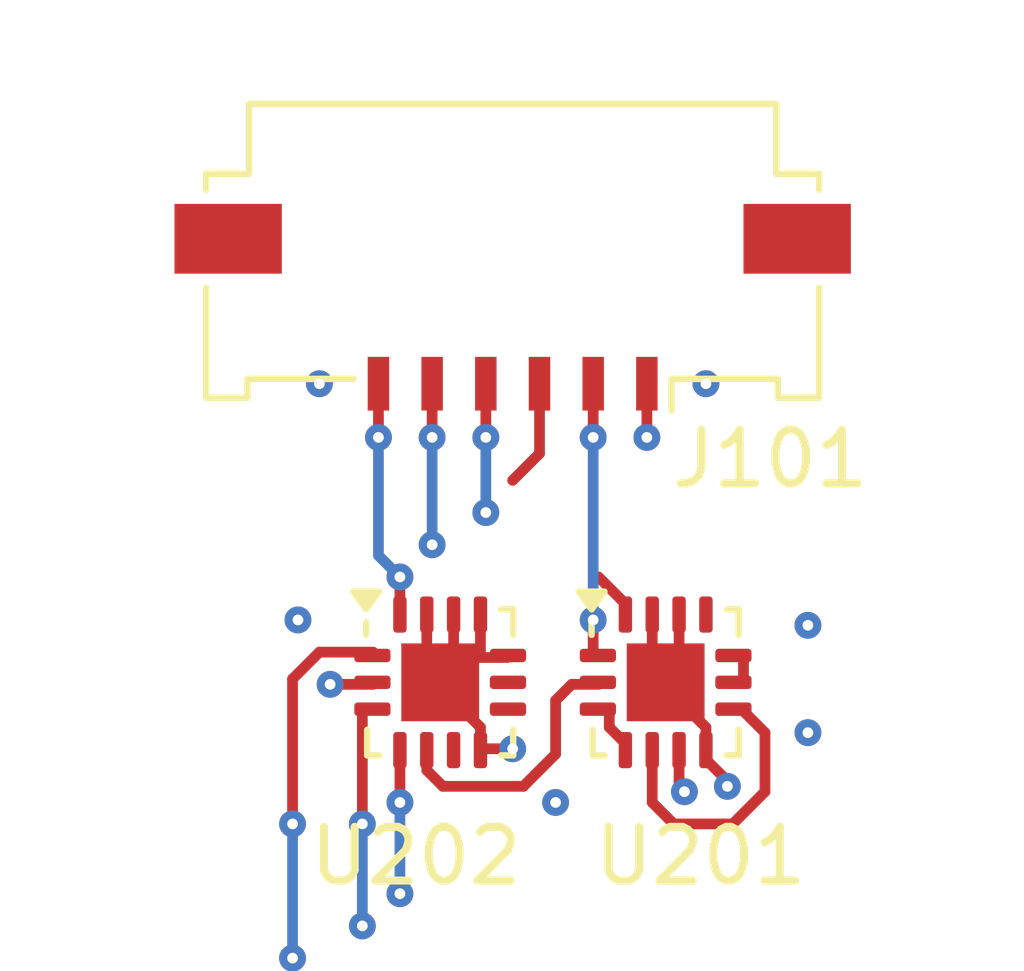
<source format=kicad_pcb>
(kicad_pcb (version 20240108) (generator "pcbnew") (generator_version "8.0")
  (layers (0 "F.Cu" signal) (31 "B.Cu" signal) (34 "B.Paste" user) (35 "F.Paste" user) (36 "B.SilkS" user "B.Silkscreen") (37 "F.SilkS" user "F.Silkscreen") (38 "B.Mask" user) (39 "F.Mask" user) (44 "Edge.Cuts" user))
  (net 0 "")
  (net 1 "/CLK_ROW")
  (net 2 "/Reset_ROW")
  (net 3 "/~{Any_ROW}")
  (net 4 "/Vcc")
  (net 5 "/GND")
  (net 6 "/SelectorDaisy/In")
  (net 7 "/Out")
  (net 8 "/Select")
  (net 9 "/Select+")
  (net 10 "/Reset")
  (net 11 "/~{Init}")
  (net 12 "/CLK")
  (net 13 "/Out+")
  (net 15 "Net-(U201-Pad3)")
  (net 16 "Net-(U201-Pad5)")
  (footprint "Package_DFN_QFN:WQFN-14-1EP_2.5x2.5mm_P0.5mm_EP1.45x1.45mm" (layer "F.Cu") (at 123.35 103.8625)
    (property "Reference" "U202" (at -0.45 3.2375 0) (layer "F.SilkS"))
    (property "Value" "74HC74")
    (fp_line (start -1.38 -0.885) (end -1.38 -1.12) (stroke (width 0.12)) (layer "F.SilkS"))
    (fp_line (start -1.36 1.36) (end -1.36 0.885) (stroke (width 0.12)) (layer "F.SilkS"))
    (fp_line (start -1.135 1.36) (end -1.36 1.36) (stroke (width 0.12)) (layer "F.SilkS"))
    (fp_line (start 1.135 -1.36) (end 1.36 -1.36) (stroke (width 0.12)) (layer "F.SilkS"))
    (fp_line (start 1.135 1.36) (end 1.36 1.36) (stroke (width 0.12)) (layer "F.SilkS"))
    (fp_line (start 1.36 -1.36) (end 1.36 -0.885) (stroke (width 0.12)) (layer "F.SilkS"))
    (fp_line (start 1.36 1.36) (end 1.36 0.885) (stroke (width 0.12)) (layer "F.SilkS"))
    (fp_poly (pts (xy -1.38 -1.36) (xy -1.62 -1.69) (xy -1.14 -1.69) (xy -1.38 -1.36)) (stroke (width 0.12)) (fill solid) (layer "F.SilkS"))
    (pad "1" smd roundrect (at -1.2625 -0.5) (size 0.675 0.25) (layers "F.Cu" "F.Paste" "F.Mask") (net 10 "/Reset"))
    (pad "2" smd roundrect (at -1.2625 0) (size 0.675 0.25) (layers "F.Cu" "F.Paste" "F.Mask") (net 8 "/Select"))
    (pad "3" smd roundrect (at -1.2625 0.5) (size 0.675 0.25) (layers "F.Cu" "F.Paste" "F.Mask") (net 12 "/CLK"))
    (pad "4" smd roundrect (at -0.75 1.2625) (size 0.25 0.675) (layers "F.Cu" "F.Paste" "F.Mask") (net 11 "/~{Init}"))
    (pad "5" smd roundrect (at -0.25 1.2625) (size 0.25 0.675) (layers "F.Cu" "F.Paste" "F.Mask") (net 9 "/Select+"))
    (pad "6" smd roundrect (at 0.25 1.2625) (size 0.25 0.675) (layers "F.Cu" "F.Paste" "F.Mask"))
    (pad "7" smd roundrect (at 0.75 1.2625) (size 0.25 0.675) (layers "F.Cu" "F.Paste" "F.Mask") (net 5 "/GND"))
    (pad "8" smd roundrect (at 1.2625 0.5) (size 0.675 0.25) (layers "F.Cu" "F.Paste" "F.Mask"))
    (pad "9" smd roundrect (at 1.2625 0) (size 0.675 0.25) (layers "F.Cu" "F.Paste" "F.Mask"))
    (pad "10" smd roundrect (at 1.2625 -0.5) (size 0.675 0.25) (layers "F.Cu" "F.Paste" "F.Mask") (net 5 "/GND"))
    (pad "11" smd roundrect (at 0.75 -1.2625) (size 0.25 0.675) (layers "F.Cu" "F.Paste" "F.Mask") (net 5 "/GND"))
    (pad "12" smd roundrect (at 0.25 -1.2625) (size 0.25 0.675) (layers "F.Cu" "F.Paste" "F.Mask") (net 5 "/GND"))
    (pad "13" smd roundrect (at -0.25 -1.2625) (size 0.25 0.675) (layers "F.Cu" "F.Paste" "F.Mask") (net 5 "/GND"))
    (pad "14" smd roundrect (at -0.75 -1.2625) (size 0.25 0.675) (layers "F.Cu" "F.Paste" "F.Mask") (net 4 "/Vcc"))
    (pad "15" smd rect (at 0 0) (size 1.45 1.45) (property pad_prop_heatsink) (layers "F.Cu" "F.Mask") (net 5 "/GND"))
  )
  (footprint "Package_DFN_QFN:WQFN-14-1EP_2.5x2.5mm_P0.5mm_EP1.45x1.45mm" (layer "F.Cu") (at 127.55 103.8625)
    (property "Reference" "U201" (at 0.65 3.2375 0) (layer "F.SilkS"))
    (property "Value" "74HC00")
    (fp_line (start -1.38 -0.885) (end -1.38 -1.12) (stroke (width 0.12)) (layer "F.SilkS"))
    (fp_line (start -1.36 1.36) (end -1.36 0.885) (stroke (width 0.12)) (layer "F.SilkS"))
    (fp_line (start -1.135 1.36) (end -1.36 1.36) (stroke (width 0.12)) (layer "F.SilkS"))
    (fp_line (start 1.135 -1.36) (end 1.36 -1.36) (stroke (width 0.12)) (layer "F.SilkS"))
    (fp_line (start 1.135 1.36) (end 1.36 1.36) (stroke (width 0.12)) (layer "F.SilkS"))
    (fp_line (start 1.36 -1.36) (end 1.36 -0.885) (stroke (width 0.12)) (layer "F.SilkS"))
    (fp_line (start 1.36 1.36) (end 1.36 0.885) (stroke (width 0.12)) (layer "F.SilkS"))
    (fp_poly (pts (xy -1.38 -1.36) (xy -1.62 -1.69) (xy -1.14 -1.69) (xy -1.38 -1.36)) (stroke (width 0.12)) (fill solid) (layer "F.SilkS"))
    (pad "1" smd roundrect (at -1.2625 -0.5) (size 0.675 0.25) (layers "F.Cu" "F.Paste" "F.Mask") (net 6 "/SelectorDaisy/In"))
    (pad "2" smd roundrect (at -1.2625 0) (size 0.675 0.25) (layers "F.Cu" "F.Paste" "F.Mask") (net 9 "/Select+"))
    (pad "3" smd roundrect (at -1.2625 0.5) (size 0.675 0.25) (layers "F.Cu" "F.Paste" "F.Mask") (net 15 "Net-(U201-Pad3)"))
    (pad "4" smd roundrect (at -0.75 1.2625) (size 0.25 0.675) (layers "F.Cu" "F.Paste" "F.Mask") (net 15 "Net-(U201-Pad3)"))
    (pad "5" smd roundrect (at -0.25 1.2625) (size 0.25 0.675) (layers "F.Cu" "F.Paste" "F.Mask") (net 16 "Net-(U201-Pad5)"))
    (pad "6" smd roundrect (at 0.25 1.2625) (size 0.25 0.675) (layers "F.Cu" "F.Paste" "F.Mask") (net 7 "/Out"))
    (pad "7" smd roundrect (at 0.75 1.2625) (size 0.25 0.675) (layers "F.Cu" "F.Paste" "F.Mask") (net 5 "/GND"))
    (pad "8" smd roundrect (at 1.2625 0.5) (size 0.675 0.25) (layers "F.Cu" "F.Paste" "F.Mask") (net 16 "Net-(U201-Pad5)"))
    (pad "9" smd roundrect (at 1.2625 0) (size 0.675 0.25) (layers "F.Cu" "F.Paste" "F.Mask") (net 13 "/Out+"))
    (pad "10" smd roundrect (at 1.2625 -0.5) (size 0.675 0.25) (layers "F.Cu" "F.Paste" "F.Mask") (net 13 "/Out+"))
    (pad "11" smd roundrect (at 0.75 -1.2625) (size 0.25 0.675) (layers "F.Cu" "F.Paste" "F.Mask"))
    (pad "12" smd roundrect (at 0.25 -1.2625) (size 0.25 0.675) (layers "F.Cu" "F.Paste" "F.Mask") (net 5 "/GND"))
    (pad "13" smd roundrect (at -0.25 -1.2625) (size 0.25 0.675) (layers "F.Cu" "F.Paste" "F.Mask") (net 5 "/GND"))
    (pad "14" smd roundrect (at -0.75 -1.2625) (size 0.25 0.675) (layers "F.Cu" "F.Paste" "F.Mask") (net 4 "/Vcc"))
    (pad "15" smd rect (at 0 0) (size 1.45 1.45) (property pad_prop_heatsink) (layers "F.Cu" "F.Mask") (net 5 "/GND"))
  )
  (footprint "Connector_FFC-FPC:Molex_200528-0060_1x06-1MP_P1.00mm_Horizontal" (layer "F.Cu") (at 124.7 97.39 180)
    (property "Reference" "J101" (at -4.8 -2.31 0) (layer "F.SilkS"))
    (property "Value" "Conn_01x06")
    (fp_line (start 5.71 3) (end 5.71 2.7) (stroke (width 0.12)) (layer "F.SilkS"))
    (fp_line (start 5.71 0.88) (end 5.71 -1.17) (stroke (width 0.12)) (layer "F.SilkS"))
    (fp_line (start 5.71 -1.17) (end 4.94 -1.17) (stroke (width 0.12)) (layer "F.SilkS"))
    (fp_line (start 4.94 -0.82) (end 2.96 -0.82) (stroke (width 0.12)) (layer "F.SilkS"))
    (fp_line (start 4.94 -1.17) (end 4.94 -0.82) (stroke (width 0.12)) (layer "F.SilkS"))
    (fp_line (start 4.91 4.3) (end 4.91 3) (stroke (width 0.12)) (layer "F.SilkS"))
    (fp_line (start 4.91 3) (end 5.71 3) (stroke (width 0.12)) (layer "F.SilkS"))
    (fp_line (start -2.96 -0.82) (end -4.94 -0.82) (stroke (width 0.12)) (layer "F.SilkS"))
    (fp_line (start -2.96 -1.41) (end -2.96 -0.82) (stroke (width 0.12)) (layer "F.SilkS"))
    (fp_line (start -4.91 4.3) (end 4.91 4.3) (stroke (width 0.12)) (layer "F.SilkS"))
    (fp_line (start -4.91 3) (end -4.91 4.3) (stroke (width 0.12)) (layer "F.SilkS"))
    (fp_line (start -4.94 -0.82) (end -4.94 -1.17) (stroke (width 0.12)) (layer "F.SilkS"))
    (fp_line (start -4.94 -1.17) (end -5.71 -1.17) (stroke (width 0.12)) (layer "F.SilkS"))
    (fp_line (start -5.71 3) (end -4.91 3) (stroke (width 0.12)) (layer "F.SilkS"))
    (fp_line (start -5.71 2.7) (end -5.71 3) (stroke (width 0.12)) (layer "F.SilkS"))
    (fp_line (start -5.71 -1.17) (end -5.71 0.88) (stroke (width 0.12)) (layer "F.SilkS"))
    (pad "1" smd rect (at -2.5 -0.91 180) (size 0.4 1) (layers "F.Cu" "F.Paste" "F.Mask") (net 5 "/GND"))
    (pad "2" smd rect (at -1.5 -0.91 180) (size 0.4 1) (layers "F.Cu" "F.Paste" "F.Mask") (net 6 "/SelectorDaisy/In"))
    (pad "3" smd rect (at -0.5 -0.91 180) (size 0.4 1) (layers "F.Cu" "F.Paste" "F.Mask") (net 3 "/~{Any_ROW}"))
    (pad "4" smd rect (at 0.5 -0.91 180) (size 0.4 1) (layers "F.Cu" "F.Paste" "F.Mask") (net 1 "/CLK_ROW"))
    (pad "5" smd rect (at 1.5 -0.91 180) (size 0.4 1) (layers "F.Cu" "F.Paste" "F.Mask") (net 2 "/Reset_ROW"))
    (pad "6" smd rect (at 2.5 -0.91 180) (size 0.4 1) (layers "F.Cu" "F.Paste" "F.Mask") (net 4 "/Vcc"))
    (pad "MP" smd rect (at -5.3 1.79 180) (size 2 1.3) (layers "F.Cu" "F.Paste" "F.Mask"))
    (pad "MP" smd rect (at 5.3 1.79 180) (size 2 1.3) (layers "F.Cu" "F.Paste" "F.Mask"))
  )
  (gr_line (start 124.1 104.7) (end 123.8 104.4) (stroke (width 0.2)) (layer "F.Cu") (net 5))
  (gr_line (start 126.5 104.7) (end 126.8 105) (stroke (width 0.2)) (layer "F.Cu") (net 15))
  (gr_line (start 126.5 104.4) (end 126.5 104.7) (stroke (width 0.2)) (layer "F.Cu") (net 15))
  (gr_line (start 126.2 99.3) (end 126.2 98.4) (stroke (width 0.2)) (layer "F.Cu") (net 6))
  (gr_line (start 123.1 102.6) (end 123.1 103.5) (stroke (width 0.2)) (layer "F.Cu") (net 5))
  (gr_line (start 127.3 106.1) (end 127.7 106.5) (stroke (width 0.2)) (layer "F.Cu") (net 16))
  (gr_line (start 129 103.4) (end 129 103.8) (stroke (width 0.2)) (layer "F.Cu") (net 13))
  (gr_line (start 129.4 104.8) (end 129 104.4) (stroke (width 0.2)) (layer "F.Cu") (net 16))
  (gr_line (start 127.3 105.3) (end 127.3 106.1) (stroke (width 0.2)) (layer "F.Cu") (net 16))
  (gr_line (start 125.5 104.2) (end 125.8 103.9) (stroke (width 0.2)) (layer "F.Cu") (net 9))
  (gr_line (start 124.7 105.1) (end 124.1 105.1) (stroke (width 0.2)) (layer "F.Cu") (net 5))
  (gr_line (start 123.6 102.6) (end 123.6 103.3) (stroke (width 0.2)) (layer "F.Cu") (net 5))
  (gr_line (start 122.6 102.5) (end 122.6 101.9) (stroke (width 0.2)) (layer "F.Cu") (net 4))
  (gr_line (start 128.8 105.8) (end 128.3 105.3) (stroke (width 0.2)) (layer "F.Cu") (net 5))
  (gr_line (start 125.8 103.9) (end 126.3 103.9) (stroke (width 0.2)) (layer "F.Cu") (net 9))
  (gr_line (start 127.7 106.5) (end 128.8 106.5) (stroke (width 0.2)) (layer "F.Cu") (net 16))
  (gr_line (start 121.1 103.3) (end 122.1 103.3) (stroke (width 0.2)) (layer "F.Cu") (net 10))
  (gr_line (start 120.6 106.5) (end 120.6 103.8) (stroke (width 0.2)) (layer "F.Cu") (net 10))
  (gr_line (start 124.2 98.5) (end 124.2 99.3) (stroke (width 0.2)) (layer "F.Cu") (net 1))
  (gr_line (start 124.6 103.4) (end 123.9 103.4) (stroke (width 0.2)) (layer "F.Cu") (net 5))
  (gr_line (start 123.4 105.8) (end 124.9 105.8) (stroke (width 0.2)) (layer "F.Cu") (net 9))
  (gr_line (start 127.8 102.7) (end 127.8 103.4) (stroke (width 0.2)) (layer "F.Cu") (net 5))
  (gr_line (start 125.2 98.5) (end 125.2 99.6) (stroke (width 0.2)) (layer "F.Cu") (net 3))
  (gr_line (start 127.8 105.4) (end 127.8 105.9) (stroke (width 0.2)) (layer "F.Cu") (net 7))
  (gr_line (start 125.5 105.2) (end 125.5 104.2) (stroke (width 0.2)) (layer "F.Cu") (net 9))
  (gr_line (start 122.6 105.3) (end 122.6 106.1) (stroke (width 0.2)) (layer "F.Cu") (net 11))
  (gr_line (start 128.8 106.5) (end 129.4 105.9) (stroke (width 0.2)) (layer "F.Cu") (net 16))
  (gr_line (start 129.4 105.9) (end 129.4 104.8) (stroke (width 0.2)) (layer "F.Cu") (net 16))
  (gr_line (start 128.3 104.9) (end 128.3 104.7) (stroke (width 0.2)) (layer "F.Cu") (net 5))
  (gr_line (start 123.2 98.6) (end 123.2 99.2) (stroke (width 0.2)) (layer "F.Cu") (net 2))
  (gr_line (start 124.1 104.9) (end 124.1 104.7) (stroke (width 0.2)) (layer "F.Cu") (net 5))
  (gr_line (start 124.1 102.6) (end 124.1 103.3) (stroke (width 0.2)) (layer "F.Cu") (net 5))
  (gr_line (start 126.2 102.7) (end 126.2 103.3) (stroke (width 0.2)) (layer "F.Cu") (net 6))
  (gr_line (start 121.9 104.4) (end 121.9 106.5) (stroke (width 0.2)) (layer "F.Cu") (net 12))
  (gr_line (start 128.3 104.7) (end 128.1 104.5) (stroke (width 0.2)) (layer "F.Cu") (net 5))
  (gr_line (start 121.5 103.9) (end 122.1 103.9) (stroke (width 0.2)) (layer "F.Cu") (net 8))
  (gr_line (start 125.2 99.6) (end 124.7 100.1) (stroke (width 0.2)) (layer "F.Cu") (net 3))
  (gr_line (start 124.9 105.8) (end 125.5 105.2) (stroke (width 0.2)) (layer "F.Cu") (net 9))
  (gr_line (start 122.2 98.5) (end 122.2 99.3) (stroke (width 0.2)) (layer "F.Cu") (net 4))
  (gr_line (start 123.1 105.3) (end 123.1 105.5) (stroke (width 0.2)) (layer "F.Cu") (net 9))
  (gr_line (start 123.1 105.5) (end 123.4 105.8) (stroke (width 0.2)) (layer "F.Cu") (net 9))
  (gr_line (start 126.8 102.4) (end 126.3 101.9) (stroke (width 0.2)) (layer "F.Cu") (net 4))
  (gr_line (start 127.3 102.8) (end 127.3 103.3) (stroke (width 0.2)) (layer "F.Cu") (net 5))
  (gr_line (start 127.2 99.3) (end 127.2 98.6) (stroke (width 0.2)) (layer "F.Cu") (net 5))
  (gr_line (start 120.6 103.8) (end 121.1 103.3) (stroke (width 0.2)) (layer "F.Cu") (net 10))
  (gr_line (start 126.2 99.3) (end 126.2 102.7) (stroke (width 0.2)) (layer "B.Cu") (net 6))
  (gr_line (start 121.9 106.5) (end 121.9 108.4) (stroke (width 0.2)) (layer "B.Cu") (net 12))
  (gr_line (start 122.2 101.5) (end 122.2 99.3) (stroke (width 0.2)) (layer "B.Cu") (net 4))
  (gr_line (start 122.6 106.1) (end 122.6 107.8) (stroke (width 0.2)) (layer "B.Cu") (net 11))
  (gr_line (start 123.2 99.3) (end 123.2 101.3) (stroke (width 0.2)) (layer "B.Cu") (net 2))
  (gr_line (start 122.6 101.9) (end 122.2 101.5) (stroke (width 0.2)) (layer "B.Cu") (net 4))
  (gr_line (start 120.6 106.5) (end 120.6 109) (stroke (width 0.2)) (layer "B.Cu") (net 10))
  (gr_line (start 124.2 99.3) (end 124.2 100.7) (stroke (width 0.2)) (layer "B.Cu") (net 1))
  (via (at 124.2 100.7) (size 0.5) (drill 0.2) (layers "F.Cu" "B.Cu") (net 1))
  (via (at 124.2 99.3) (size 0.5) (drill 0.2) (layers "F.Cu" "B.Cu") (net 1))
  (via (at 123.2 99.3) (size 0.5) (drill 0.2) (layers "F.Cu" "B.Cu") (net 2))
  (via (at 123.2 101.3) (size 0.5) (drill 0.2) (layers "F.Cu" "B.Cu") (net 2))
  (via (at 122.2 99.3) (size 0.5) (drill 0.2) (layers "F.Cu" "B.Cu") (net 4))
  (via (at 122.6 101.9) (size 0.5) (drill 0.2) (layers "F.Cu" "B.Cu") (net 4))
  (via (at 128.7 105.8) (size 0.5) (drill 0.2) (layers "F.Cu" "B.Cu") (net 5))
  (via (at 128.3 98.3) (size 0.5) (drill 0.2) (layers "F.Cu" "B.Cu") (net 5))
  (via (at 127.2 99.3) (size 0.5) (drill 0.2) (layers "F.Cu" "B.Cu") (net 5))
  (via (at 120.7 102.7) (size 0.5) (drill 0.2) (layers "F.Cu" "B.Cu") (net 5))
  (via (at 125.5 106.1) (size 0.5) (drill 0.2) (layers "F.Cu" "B.Cu") (net 5))
  (via (at 121.1 98.3) (size 0.5) (drill 0.2) (layers "F.Cu" "B.Cu") (net 5))
  (via (at 124.7 105.1) (size 0.5) (drill 0.2) (layers "F.Cu" "B.Cu") (net 5))
  (via (at 130.2 102.8) (size 0.5) (drill 0.2) (layers "F.Cu" "B.Cu") (net 5))
  (via (at 130.2 104.8) (size 0.5) (drill 0.2) (layers "F.Cu" "B.Cu") (net 5))
  (via (at 126.2 99.3) (size 0.5) (drill 0.2) (layers "F.Cu" "B.Cu") (net 6))
  (via (at 126.2 102.7) (size 0.5) (drill 0.2) (layers "F.Cu" "B.Cu") (net 6))
  (via (at 127.9 105.9) (size 0.5) (drill 0.2) (layers "F.Cu" "B.Cu") (net 7))
  (via (at 121.3 103.9) (size 0.5) (drill 0.2) (layers "F.Cu" "B.Cu") (net 8))
  (via (at 120.6 106.5) (size 0.5) (drill 0.2) (layers "F.Cu" "B.Cu") (net 10))
  (via (at 120.6 109) (size 0.5) (drill 0.2) (layers "F.Cu" "B.Cu") (net 10))
  (via (at 122.6 107.8) (size 0.5) (drill 0.2) (layers "F.Cu" "B.Cu") (net 11))
  (via (at 122.6 106.1) (size 0.5) (drill 0.2) (layers "F.Cu" "B.Cu") (net 11))
  (via (at 121.9 108.4) (size 0.5) (drill 0.2) (layers "F.Cu" "B.Cu") (net 12))
  (via (at 121.9 106.5) (size 0.5) (drill 0.2) (layers "F.Cu" "B.Cu") (net 12))
)
</source>
